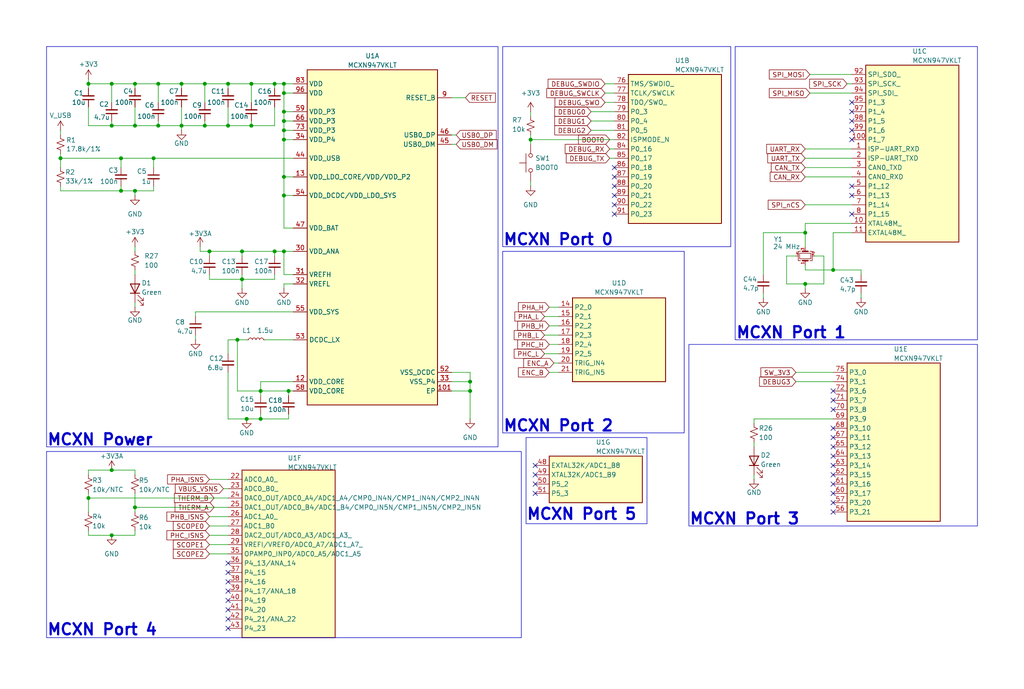
<source format=kicad_sch>
(kicad_sch (version 20250114) (generator "eeschema") (generator_version "9.0")
  (paper "User" 279.4 187.96)
  (title_block (title "OreSat Reaction Wheel Control Board (MCXN Version)") (rev "3") (company "Chris Kane-Pardy, Portland State Aerospace Society"))
  (lib_symbols
    (symbol "Device:C_Small" (pin_numbers (hide yes)) (pin_names (offset 0.254) (hide yes))
      (property "Reference" "C" (at 0.254 1.778 0))
      (property "Value" "C_Small" (at 0.254 -2.032 0))
      (symbol "C_Small_1_1"
        (pin passive line (at 0 2.54 270) (length 2.032) (name "~") (number "1"))
        (pin passive line (at 0 -2.54 90) (length 2.032) (name "~") (number "2"))
      )
    )
    (symbol "Device:Crystal_GND24_Small" (pin_names (offset 1.016) (hide yes))
      (property "Reference" "Y" (at 1.27 4.445 0))
      (property "Value" "Crystal_GND24_Small" (at 1.27 2.54 0))
      (symbol "Crystal_GND24_Small_1_1"
        (pin passive line (at -2.54 0 0) (length 1.27) (name "1") (number "1"))
        (pin passive line (at 0 2.54 270) (length 0.635) (name "4") (number "4"))
        (pin passive line (at 0 -2.54 90) (length 0.635) (name "2") (number "2"))
        (pin passive line (at 2.54 0 180) (length 1.27) (name "3") (number "3"))
      )
    )
    (symbol "Device:LED" (pin_numbers (hide yes)) (pin_names (offset 1.016) (hide yes))
      (property "Reference" "D" (at 0 2.54 0))
      (property "Value" "LED" (at 0 -2.54 0))
      (symbol "LED_1_1"
        (pin passive line (at -3.81 0 0) (length 2.54) (name "K") (number "1"))
        (pin passive line (at 3.81 0 180) (length 2.54) (name "A") (number "2"))
      )
    )
    (symbol "Device:L_Small" (pin_numbers (hide yes)) (pin_names (offset 0.254) (hide yes))
      (property "Reference" "L" (at 0.762 1.016 0))
      (property "Value" "L_Small" (at 0.762 -1.016 0))
      (symbol "L_Small_1_1"
        (pin passive line (at 0 2.54 270) (length 0.508) (name "~") (number "1"))
        (pin passive line (at 0 -2.54 90) (length 0.508) (name "~") (number "2"))
      )
    )
    (symbol "Device:R_Small_US" (pin_numbers (hide yes)) (pin_names (offset 0.254) (hide yes))
      (property "Reference" "R" (at 0.762 0.508 0))
      (property "Value" "R_Small_US" (at 0.762 -1.016 0))
      (symbol "R_Small_US_1_1"
        (pin passive line (at 0 2.54 270) (length 1.016) (name "~") (number "1"))
        (pin passive line (at 0 -2.54 90) (length 1.016) (name "~") (number "2"))
      )
    )
    (symbol "MCXN-rev-3-symbols:+3V3A" (power) (pin_names (offset 0))
      (property "Value" "+3V3A" (at 0 3.556 0))
      (symbol "+3V3A_1_1"
        (pin power_in line (at 0 0 90) (length 0) (hide yes) (name "+3V3A") (number "1"))
      )
    )
    (symbol "Switch:SW_Push" (pin_numbers (hide yes)) (pin_names (offset 1.016) (hide yes))
      (property "Reference" "SW" (at 1.27 2.54 0))
      (property "Value" "SW_Push" (at 0 -1.524 0))
      (symbol "SW_Push_0_1"
        (pin passive line (at -5.08 0 0) (length 2.54) (name "1") (number "1"))
        (pin passive line (at 5.08 0 180) (length 2.54) (name "2") (number "2"))
      )
    )
    (symbol "oresat-ics:MCXN947VKLT"
      (property "Reference" "U" (at 0 49.022 0))
      (property "Value" "MCXN947VKLT" (at 0 46.99 0))
      (symbol "MCXN947VKLT_1_1"
        (pin power_in line (at -21.59 41.91 0) (length 3.81) (name "VDD") (number "83"))
        (pin power_in line (at -21.59 39.37 0) (length 3.81) (name "VDD") (number "96"))
        (pin power_in line (at -21.59 34.29 0) (length 3.81) (name "VDD_P3") (number "59"))
        (pin power_in line (at -21.59 31.75 0) (length 3.81) (name "VDD_P3") (number "66"))
        (pin power_in line (at -21.59 29.21 0) (length 3.81) (name "VDD_P3") (number "73"))
        (pin power_in line (at -21.59 26.67 0) (length 3.81) (name "VDD_P4") (number "34"))
        (pin power_in line (at -21.59 21.59 0) (length 3.81) (name "VDD_USB") (number "44"))
        (pin power_in line (at -21.59 16.51 0) (length 3.81) (name "VDD_LDO_CORE/VDD/VDD_P2") (number "13"))
        (pin power_in line (at -21.59 11.43 0) (length 3.81) (name "VDD_DCDC/VDD_LDO_SYS") (number "54"))
        (pin power_in line (at -21.59 2.54 0) (length 3.81) (name "VDD_BAT") (number "47"))
        (pin power_in line (at -21.59 -3.81 0) (length 3.81) (name "VDD_ANA") (number "30"))
        (pin power_in line (at -21.59 -10.16 0) (length 3.81) (name "VREFH") (number "31"))
        (pin power_in line (at -21.59 -12.7 0) (length 3.81) (name "VREFL") (number "32"))
        (pin power_out line (at -21.59 -20.32 0) (length 3.81) (name "VDD_SYS") (number "55"))
        (pin power_out line (at -21.59 -27.94 0) (length 3.81) (name "DCDC_LX") (number "53"))
        (pin power_in line (at -21.59 -39.37 0) (length 3.81) (name "VDD_CORE") (number "12"))
        (pin power_in line (at -21.59 -41.91 0) (length 3.81) (name "VDD_CORE") (number "58"))
        (pin input line (at 21.59 38.1 180) (length 3.81) (name "RESET_B") (number "9"))
        (pin passive line (at 21.59 27.94 180) (length 3.81) (name "USB0_DP") (number "46"))
        (pin passive line (at 21.59 25.4 180) (length 3.81) (name "USB0_DM") (number "45"))
        (pin power_in line (at 21.59 -36.83 180) (length 3.81) (name "VSS_DCDC") (number "52"))
        (pin power_in line (at 21.59 -39.37 180) (length 3.81) (name "VSS_P4") (number "33"))
        (pin power_in line (at 21.59 -41.91 180) (length 3.81) (name "EP") (number "101"))
      )
      (symbol "MCXN947VKLT_2_1"
        (pin passive line (at -16.51 17.78 0) (length 3.81) (name "P0_0") (number "76") (alternate "TMS/SWDIO " passive line))
        (pin passive line (at -16.51 15.24 0) (length 3.81) (name "P0_1") (number "77") (alternate "TCLK/SWCLK" passive line))
        (pin passive line (at -16.51 12.7 0) (length 3.81) (name "P0_2") (number "78") (alternate "TDO/SWO " passive line))
        (pin passive line (at -16.51 10.16 0) (length 3.81) (name "P0_3") (number "79"))
        (pin passive line (at -16.51 7.62 0) (length 3.81) (name "P0_4") (number "80"))
        (pin passive line (at -16.51 5.08 0) (length 3.81) (name "P0_5") (number "81"))
        (pin passive line (at -16.51 2.54 0) (length 3.81) (name "P0_6") (number "82") (alternate "ISPMODE_N" passive line))
        (pin passive line (at -16.51 0 0) (length 3.81) (name "P0_16") (number "84"))
        (pin passive line (at -16.51 -2.54 0) (length 3.81) (name "P0_17") (number "85"))
        (pin passive line (at -16.51 -5.08 0) (length 3.81) (name "P0_18") (number "86"))
        (pin passive line (at -16.51 -7.62 0) (length 3.81) (name "P0_19") (number "87"))
        (pin passive line (at -16.51 -10.16 0) (length 3.81) (name "P0_20") (number "88"))
        (pin passive line (at -16.51 -12.7 0) (length 3.81) (name "P0_21") (number "89"))
        (pin passive line (at -16.51 -15.24 0) (length 3.81) (name "P0_22") (number "90"))
        (pin passive line (at -16.51 -17.78 0) (length 3.81) (name "P0_23") (number "91"))
      )
      (symbol "MCXN947VKLT_3_1"
        (pin passive line (at -16.51 21.59 0) (length 3.81) (name "P1_0") (number "92") (alternate "SPI_SDO " passive line))
        (pin passive line (at -16.51 19.05 0) (length 3.81) (name "P1_1") (number "93") (alternate "SPI_SCK " passive line))
        (pin passive line (at -16.51 16.51 0) (length 3.81) (name "P1_2") (number "94") (alternate "SPI_SDI " passive line))
        (pin passive line (at -16.51 13.97 0) (length 3.81) (name "P1_3") (number "95"))
        (pin passive line (at -16.51 11.43 0) (length 3.81) (name "P1_4") (number "97"))
        (pin passive line (at -16.51 8.89 0) (length 3.81) (name "P1_5") (number "98"))
        (pin passive line (at -16.51 6.35 0) (length 3.81) (name "P1_6") (number "99"))
        (pin passive line (at -16.51 3.81 0) (length 3.81) (name "P1_7") (number "100"))
        (pin passive line (at -16.51 1.27 0) (length 3.81) (name "P1_8") (number "1") (alternate "ISP-UART_RXD" passive line))
        (pin passive line (at -16.51 -1.27 0) (length 3.81) (name "P1_9") (number "2") (alternate "ISP-UART_TXD" passive line))
        (pin passive line (at -16.51 -3.81 0) (length 3.81) (name "P1_10") (number "3") (alternate "CAN0_TXD" passive line))
        (pin passive line (at -16.51 -6.35 0) (length 3.81) (name "P1_11") (number "4") (alternate "CAN0_RXD" passive line))
        (pin passive line (at -16.51 -8.89 0) (length 3.81) (name "P1_12") (number "5"))
        (pin passive line (at -16.51 -11.43 0) (length 3.81) (name "P1_13") (number "6"))
        (pin passive line (at -16.51 -13.97 0) (length 3.81) (name "P1_14") (number "7"))
        (pin passive line (at -16.51 -16.51 0) (length 3.81) (name "P1_15") (number "8"))
        (pin passive line (at -16.51 -19.05 0) (length 3.81) (name "P1_30") (number "10") (alternate "XTAL48M " passive line))
        (pin passive line (at -16.51 -21.59 0) (length 3.81) (name "P1_31") (number "11") (alternate "EXTAL48M " passive line))
      )
      (symbol "MCXN947VKLT_4_1"
        (pin passive line (at -16.51 8.89 0) (length 3.81) (name "P2_0") (number "14") (alternate "TRIG_IN5" passive line))
        (pin passive line (at -16.51 6.35 0) (length 3.81) (name "P2_1") (number "15"))
        (pin passive line (at -16.51 3.81 0) (length 3.81) (name "P2_2") (number "16"))
        (pin passive line (at -16.51 1.27 0) (length 3.81) (name "P2_3") (number "17"))
        (pin passive line (at -16.51 -1.27 0) (length 3.81) (name "P2_4") (number "18"))
        (pin passive line (at -16.51 -3.81 0) (length 3.81) (name "P2_5") (number "19"))
        (pin passive line (at -16.51 -6.35 0) (length 3.81) (name "P2_6") (number "20") (alternate "TRIG_IN4" passive line))
        (pin passive line (at -16.51 -8.89 0) (length 3.81) (name "P2_7") (number "21") (alternate "TRIG_IN5" passive line))
      )
      (symbol "MCXN947VKLT_5_1"
        (pin passive line (at -16.51 19.05 0) (length 3.81) (name "P3_0") (number "75"))
        (pin passive line (at -16.51 16.51 0) (length 3.81) (name "P3_1") (number "74"))
        (pin passive line (at -16.51 13.97 0) (length 3.81) (name "P3_6") (number "72"))
        (pin passive line (at -16.51 11.43 0) (length 3.81) (name "P3_7") (number "71"))
        (pin passive line (at -16.51 8.89 0) (length 3.81) (name "P3_8") (number "70"))
        (pin passive line (at -16.51 6.35 0) (length 3.81) (name "P3_9") (number "69"))
        (pin passive line (at -16.51 3.81 0) (length 3.81) (name "P3_10") (number "68"))
        (pin passive line (at -16.51 1.27 0) (length 3.81) (name "P3_11") (number "67"))
        (pin passive line (at -16.51 -1.27 0) (length 3.81) (name "P3_12") (number "65"))
        (pin passive line (at -16.51 -3.81 0) (length 3.81) (name "P3_13") (number "64"))
        (pin passive line (at -16.51 -6.35 0) (length 3.81) (name "P3_14") (number "63"))
        (pin passive line (at -16.51 -8.89 0) (length 3.81) (name "P3_15") (number "62"))
        (pin passive line (at -16.51 -11.43 0) (length 3.81) (name "P3_16") (number "61"))
        (pin passive line (at -16.51 -13.97 0) (length 3.81) (name "P3_17") (number "60"))
        (pin passive line (at -16.51 -16.51 0) (length 3.81) (name "P3_20") (number "57"))
        (pin passive line (at -16.51 -19.05 0) (length 3.81) (name "P3_21") (number "56"))
      )
      (symbol "MCXN947VKLT_6_1"
        (pin passive line (at -16.51 20.32 0) (length 3.81) (name "P4_0/ANA_0") (number "22") (alternate "ADC0_A0 " passive line))
        (pin passive line (at -16.51 17.78 0) (length 3.81) (name "P4_1/ANA_1") (number "23") (alternate "ADC0_B0 " passive line))
        (pin passive line (at -16.51 15.24 0) (length 3.81) (name "P4_2") (number "24") (alternate "DAC0_OUT/ADC0_A4/ADC1_A4/CMP0_IN4N/CMP1_IN4N/CMP2_IN4N" passive line))
        (pin passive line (at -16.51 12.7 0) (length 3.81) (name "P4_3") (number "25") (alternate "DAC1_OUT/ADC0_B4/ADC1_B4/CMP0_IN5N/CMP1_IN5N/CMP2_IN5N" passive line))
        (pin passive line (at -16.51 10.16 0) (length 3.81) (name "P4_4/ANA_4") (number "26") (alternate "ADC1_A0 " passive line))
        (pin passive line (at -16.51 7.62 0) (length 3.81) (name "P4_5/ANA_5") (number "27") (alternate "ADC1_B0" passive line))
        (pin passive line (at -16.51 5.08 0) (length 3.81) (name "P4_6/ANA_6") (number "28") (alternate "DAC2_OUT/ADC0_A3/ADC1_A3 " passive line))
        (pin passive line (at -16.51 2.54 0) (length 3.81) (name "P4_7/ANA_7") (number "29") (alternate "VREFI/VREFO/ADC0_A7/ADC1_A7 " passive line))
        (pin passive line (at -16.51 0 0) (length 3.81) (name "P4_12") (number "35") (alternate "CAN0_RXD" passive line) (alternate "OPAMP0_INP0/ADC0_A5/ADC1_A5" passive line))
        (pin passive line (at -16.51 -2.54 0) (length 3.81) (name "P4_13/ANA_14") (number "36") (alternate "CAN0_TXD" passive line))
        (pin passive line (at -16.51 -5.08 0) (length 3.81) (name "P4_15") (number "37"))
        (pin passive line (at -16.51 -7.62 0) (length 3.81) (name "P4_16") (number "38"))
        (pin passive line (at -16.51 -10.16 0) (length 3.81) (name "P4_17/ANA_18") (number "39"))
        (pin passive line (at -16.51 -12.7 0) (length 3.81) (name "P4_19") (number "40"))
        (pin passive line (at -16.51 -15.24 0) (length 3.81) (name "P4_20") (number "41"))
        (pin passive line (at -16.51 -17.78 0) (length 3.81) (name "P4_21/ANA_22") (number "42"))
        (pin passive line (at -16.51 -20.32 0) (length 3.81) (name "P4_23") (number "43"))
      )
      (symbol "MCXN947VKLT_7_1"
        (pin passive line (at -16.51 3.81 0) (length 3.81) (name "P5_0") (number "48") (alternate "EXTAL32K/ADC1_B8" passive line))
        (pin passive line (at -16.51 1.27 0) (length 3.81) (name "P5_1") (number "49") (alternate "XTAL32K/ADC1_B9" passive line))
        (pin passive line (at -16.51 -1.27 0) (length 3.81) (name "P5_2") (number "50"))
        (pin passive line (at -16.51 -3.81 0) (length 3.81) (name "P5_3") (number "51"))
      )
    )
    (symbol "power:+3V3" (power) (pin_numbers (hide yes)) (pin_names (offset 0) (hide yes))
      (property "Value" "+3V3" (at 0 3.556 0))
      (symbol "+3V3_1_1"
        (pin power_in line (at 0 0 90) (length 0) (name "~") (number "1"))
      )
    )
    (symbol "power:GND" (power) (pin_numbers (hide yes)) (pin_names (offset 0) (hide yes))
      (property "Value" "GND" (at 0 -3.81 0))
      (symbol "GND_1_1"
        (pin power_in line (at 0 0 270) (length 0) (name "~") (number "1"))
      )
    )
  )
  (rectangle (start 187.96 93.98) (end 266.7 143.51))
  (rectangle (start 200.5924 12.6999) (end 266.7 92.7099))
  (rectangle (start 12.7 123.19) (end 142.24 173.99))
  (rectangle (start 137.16 68.58) (end 186.69 118.11))
  (rectangle (start 143.5316 119.3799) (end 176.53 142.9007))
  (rectangle (start 137.16 12.7) (end 199.39 67.31))
  (rectangle (start 12.7 12.7) (end 135.89 121.92))
  (text "MCXN Port 3" (at 187.96 143.51 0) (effects (font (size 3.048 3.048) (thickness 0.6096) (bold yes)) (justify left bottom)))
  (text "MCXN Port 0\n" (at 137.16 67.31 0) (effects (font (size 3.048 3.048) (thickness 0.6) (bold yes)) (justify left bottom)))
  (text "MCXN Port 4" (at 12.7 173.736 0) (effects (font (size 3.048 3.048) (thickness 0.6096) (bold yes)) (justify left bottom)))
  (text "MCXN Power" (at 12.7 121.92 0) (effects (font (size 3.048 3.048) (thickness 0.6096) (bold yes)) (justify left bottom)))
  (text "MCXN Port 1" (at 200.66 92.71 0) (effects (font (size 3.048 3.048) (thickness 0.6096) (bold yes)) (justify left bottom)))
  (text "MCXN Port 5" (at 143.51 142.24 0) (effects (font (size 3.048 3.048) (thickness 0.6096) (bold yes)) (justify left bottom)))
  (text "MCXN Port 2" (at 137.16 118.11 0) (effects (font (size 3.048 3.048) (thickness 0.6096) (bold yes)) (justify left bottom)))
  (junction (at 62.23 22.86))
  (junction (at 68.58 22.86))
  (junction (at 57.15 68.58))
  (junction (at 64.77 92.71))
  (junction (at 24.13 135.89))
  (junction (at 74.93 68.58))
  (junction (at 33.02 52.07))
  (junction (at 30.48 146.05))
  (junction (at 128.27 104.14))
  (junction (at 36.83 22.86))
  (junction (at 36.83 138.43))
  (junction (at 128.27 106.68))
  (junction (at 71.12 106.68))
  (junction (at 16.51 43.18))
  (junction (at 49.53 34.29))
  (junction (at 36.83 34.29))
  (junction (at 144.78 38.1))
  (junction (at 67.31 114.3))
  (junction (at 41.91 43.18))
  (junction (at 77.47 68.58))
  (junction (at 62.23 34.29))
  (junction (at 77.47 38.1))
  (junction (at 49.53 22.86))
  (junction (at 227.33 73.66))
  (junction (at 77.47 48.26))
  (junction (at 66.04 76.2))
  (junction (at 68.58 34.29))
  (junction (at 78.74 106.68))
  (junction (at 43.18 34.29))
  (junction (at 71.12 114.3))
  (junction (at 30.48 34.29))
  (junction (at 219.71 77.47))
  (junction (at 77.47 35.56))
  (junction (at 55.88 22.86))
  (junction (at 74.93 22.86))
  (junction (at 33.02 43.18))
  (junction (at 36.83 52.07))
  (junction (at 77.47 22.86))
  (junction (at 77.47 53.34))
  (junction (at 24.13 22.86))
  (junction (at 30.48 22.86))
  (junction (at 219.71 63.5))
  (junction (at 30.48 128.27))
  (junction (at 66.04 68.58))
  (junction (at 77.47 30.48))
  (junction (at 77.47 25.4))
  (junction (at 55.88 34.29))
  (junction (at 77.47 33.02))
  (junction (at 43.18 22.86))
  (no_connect (at 146.05 129.54))
  (no_connect (at 62.23 158.75))
  (no_connect (at 227.33 137.16))
  (no_connect (at 62.23 168.91))
  (no_connect (at 167.64 45.72))
  (no_connect (at 227.33 129.54))
  (no_connect (at 227.33 116.84))
  (no_connect (at 227.33 139.7))
  (no_connect (at 232.41 30.48))
  (no_connect (at 146.05 134.62))
  (no_connect (at 232.41 53.34))
  (no_connect (at 62.23 171.45))
  (no_connect (at 62.23 153.67))
  (no_connect (at 227.33 119.38))
  (no_connect (at 62.23 156.21))
  (no_connect (at 167.64 55.88))
  (no_connect (at 227.33 124.46))
  (no_connect (at 232.41 35.56))
  (no_connect (at 227.33 121.92))
  (no_connect (at 227.33 106.68))
  (no_connect (at 146.05 132.08))
  (no_connect (at 232.41 27.94))
  (no_connect (at 227.33 134.62))
  (no_connect (at 232.41 58.42))
  (no_connect (at 167.64 53.34))
  (no_connect (at 227.33 109.22))
  (no_connect (at 232.41 50.8))
  (no_connect (at 167.64 48.26))
  (no_connect (at 232.41 33.02))
  (no_connect (at 167.64 50.8))
  (no_connect (at 62.23 161.29))
  (no_connect (at 227.33 111.76))
  (no_connect (at 167.64 58.42))
  (no_connect (at 227.33 132.08))
  (no_connect (at 62.23 166.37))
  (no_connect (at 62.23 163.83))
  (no_connect (at 146.05 127))
  (no_connect (at 232.41 38.1))
  (no_connect (at 227.33 127))
  (wire (pts (xy 67.31 114.3) (xy 71.12 114.3)))
  (wire (pts (xy 227.33 73.66) (xy 234.95 73.66)))
  (wire (pts (xy 232.41 55.88) (xy 219.71 55.88)))
  (wire (pts (xy 71.12 106.68) (xy 71.12 107.95)))
  (wire (pts (xy 57.15 69.85) (xy 57.15 68.58)))
  (wire (pts (xy 33.02 52.07) (xy 36.83 52.07)))
  (wire (pts (xy 77.47 35.56) (xy 80.01 35.56)))
  (wire (pts (xy 80.01 22.86) (xy 77.47 22.86)))
  (wire (pts (xy 55.88 34.29) (xy 62.23 34.29)))
  (wire (pts (xy 77.47 74.93) (xy 80.01 74.93)))
  (wire (pts (xy 49.53 29.21) (xy 49.53 34.29)))
  (wire (pts (xy 66.04 74.93) (xy 66.04 76.2)))
  (wire (pts (xy 232.41 40.64) (xy 219.71 40.64)))
  (wire (pts (xy 205.74 114.3) (xy 227.33 114.3)))
  (wire (pts (xy 128.27 106.68) (xy 128.27 104.14)))
  (wire (pts (xy 55.88 27.94) (xy 55.88 22.86)))
  (wire (pts (xy 36.83 138.43) (xy 36.83 139.7)))
  (wire (pts (xy 219.71 60.96) (xy 232.41 60.96)))
  (wire (pts (xy 123.19 106.68) (xy 128.27 106.68)))
  (wire (pts (xy 24.13 146.05) (xy 30.48 146.05)))
  (wire (pts (xy 77.47 38.1) (xy 80.01 38.1)))
  (wire (pts (xy 24.13 128.27) (xy 30.48 128.27)))
  (wire (pts (xy 74.93 24.13) (xy 74.93 22.86)))
  (wire (pts (xy 144.78 30.48) (xy 144.78 31.75)))
  (wire (pts (xy 36.83 144.78) (xy 36.83 146.05)))
  (wire (pts (xy 165.1 27.94) (xy 167.64 27.94)))
  (wire (pts (xy 68.58 33.02) (xy 68.58 34.29)))
  (wire (pts (xy 205.74 129.54) (xy 205.74 130.81)))
  (wire (pts (xy 220.98 20.32) (xy 232.41 20.32)))
  (wire (pts (xy 16.51 43.18) (xy 16.51 45.72)))
  (wire (pts (xy 152.4 93.98) (xy 149.86 93.98)))
  (wire (pts (xy 54.61 68.58) (xy 54.61 67.31)))
  (wire (pts (xy 62.23 92.71) (xy 64.77 92.71)))
  (wire (pts (xy 54.61 68.58) (xy 57.15 68.58)))
  (wire (pts (xy 64.77 92.71) (xy 64.77 106.68)))
  (wire (pts (xy 77.47 38.1) (xy 77.47 35.56)))
  (wire (pts (xy 36.83 34.29) (xy 43.18 34.29)))
  (wire (pts (xy 68.58 22.86) (xy 74.93 22.86)))
  (wire (pts (xy 205.74 114.3) (xy 205.74 115.57)))
  (wire (pts (xy 222.25 69.85) (xy 224.79 69.85)))
  (wire (pts (xy 214.63 77.47) (xy 219.71 77.47)))
  (wire (pts (xy 77.47 68.58) (xy 77.47 74.93)))
  (wire (pts (xy 62.23 96.52) (xy 62.23 92.71)))
  (wire (pts (xy 62.23 34.29) (xy 62.23 29.21)))
  (wire (pts (xy 123.19 101.6) (xy 128.27 101.6)))
  (wire (pts (xy 24.13 134.62) (xy 24.13 135.89)))
  (wire (pts (xy 152.4 83.82) (xy 149.86 83.82)))
  (wire (pts (xy 36.83 24.13) (xy 36.83 22.86)))
  (wire (pts (xy 219.71 72.39) (xy 219.71 73.66)))
  (wire (pts (xy 66.04 69.85) (xy 66.04 68.58)))
  (wire (pts (xy 64.77 106.68) (xy 71.12 106.68)))
  (wire (pts (xy 71.12 106.68) (xy 78.74 106.68)))
  (wire (pts (xy 30.48 22.86) (xy 36.83 22.86)))
  (wire (pts (xy 224.79 69.85) (xy 224.79 77.47)))
  (wire (pts (xy 24.13 22.86) (xy 30.48 22.86)))
  (wire (pts (xy 43.18 34.29) (xy 43.18 33.02)))
  (wire (pts (xy 77.47 38.1) (xy 77.47 48.26)))
  (wire (pts (xy 144.78 38.1) (xy 167.64 38.1)))
  (wire (pts (xy 36.83 52.07) (xy 36.83 53.34)))
  (wire (pts (xy 36.83 82.55) (xy 36.83 83.82)))
  (wire (pts (xy 208.28 80.01) (xy 208.28 81.28)))
  (wire (pts (xy 71.12 114.3) (xy 78.74 114.3)))
  (wire (pts (xy 77.47 68.58) (xy 80.01 68.58)))
  (wire (pts (xy 57.15 146.05) (xy 62.23 146.05)))
  (wire (pts (xy 227.33 104.14) (xy 217.17 104.14)))
  (wire (pts (xy 123.19 39.37) (xy 124.46 39.37)))
  (wire (pts (xy 77.47 25.4) (xy 80.01 25.4)))
  (wire (pts (xy 41.91 45.72) (xy 41.91 43.18)))
  (wire (pts (xy 66.04 76.2) (xy 74.93 76.2)))
  (wire (pts (xy 205.74 121.92) (xy 205.74 120.65)))
  (wire (pts (xy 214.63 69.85) (xy 214.63 77.47)))
  (wire (pts (xy 234.95 80.01) (xy 234.95 81.28)))
  (wire (pts (xy 219.71 77.47) (xy 219.71 78.74)))
  (wire (pts (xy 232.41 43.18) (xy 219.71 43.18)))
  (wire (pts (xy 78.74 106.68) (xy 80.01 106.68)))
  (wire (pts (xy 30.48 34.29) (xy 36.83 34.29)))
  (wire (pts (xy 227.33 63.5) (xy 232.41 63.5)))
  (wire (pts (xy 148.59 96.52) (xy 152.4 96.52)))
  (wire (pts (xy 77.47 53.34) (xy 80.01 53.34)))
  (wire (pts (xy 74.93 68.58) (xy 77.47 68.58)))
  (wire (pts (xy 80.01 33.02) (xy 77.47 33.02)))
  (wire (pts (xy 128.27 104.14) (xy 128.27 101.6)))
  (wire (pts (xy 77.47 48.26) (xy 80.01 48.26)))
  (wire (pts (xy 57.15 148.59) (xy 62.23 148.59)))
  (wire (pts (xy 30.48 27.94) (xy 30.48 22.86)))
  (wire (pts (xy 77.47 30.48) (xy 77.47 25.4)))
  (wire (pts (xy 74.93 22.86) (xy 77.47 22.86)))
  (wire (pts (xy 24.13 22.86) (xy 24.13 24.13)))
  (wire (pts (xy 49.53 22.86) (xy 55.88 22.86)))
  (wire (pts (xy 62.23 22.86) (xy 68.58 22.86)))
  (wire (pts (xy 123.19 26.67) (xy 127 26.67)))
  (wire (pts (xy 43.18 34.29) (xy 49.53 34.29)))
  (wire (pts (xy 24.13 135.89) (xy 24.13 139.7)))
  (wire (pts (xy 77.47 33.02) (xy 77.47 30.48)))
  (wire (pts (xy 57.15 76.2) (xy 66.04 76.2)))
  (wire (pts (xy 36.83 134.62) (xy 36.83 138.43)))
  (wire (pts (xy 144.78 38.1) (xy 144.78 39.37)))
  (wire (pts (xy 148.59 91.44) (xy 152.4 91.44)))
  (wire (pts (xy 123.19 104.14) (xy 128.27 104.14)))
  (wire (pts (xy 66.04 68.58) (xy 74.93 68.58)))
  (wire (pts (xy 71.12 114.3) (xy 71.12 113.03)))
  (wire (pts (xy 232.41 45.72) (xy 219.71 45.72)))
  (wire (pts (xy 57.15 68.58) (xy 66.04 68.58)))
  (wire (pts (xy 62.23 34.29) (xy 68.58 34.29)))
  (wire (pts (xy 36.83 67.31) (xy 36.83 68.58)))
  (wire (pts (xy 74.93 29.21) (xy 74.93 34.29)))
  (wire (pts (xy 165.1 22.86) (xy 167.64 22.86)))
  (wire (pts (xy 30.48 128.27) (xy 36.83 128.27)))
  (wire (pts (xy 231.14 22.86) (xy 232.41 22.86)))
  (wire (pts (xy 33.02 45.72) (xy 33.02 43.18)))
  (wire (pts (xy 77.47 77.47) (xy 80.01 77.47)))
  (wire (pts (xy 57.15 74.93) (xy 57.15 76.2)))
  (wire (pts (xy 62.23 101.6) (xy 62.23 114.3)))
  (wire (pts (xy 77.47 35.56) (xy 77.47 33.02)))
  (wire (pts (xy 57.15 151.13) (xy 62.23 151.13)))
  (wire (pts (xy 49.53 34.29) (xy 55.88 34.29)))
  (wire (pts (xy 78.74 114.3) (xy 78.74 113.03)))
  (wire (pts (xy 77.47 30.48) (xy 80.01 30.48)))
  (wire (pts (xy 77.47 53.34) (xy 77.47 62.23)))
  (wire (pts (xy 152.4 88.9) (xy 149.86 88.9)))
  (wire (pts (xy 219.71 67.31) (xy 219.71 63.5)))
  (wire (pts (xy 217.17 69.85) (xy 214.63 69.85)))
  (wire (pts (xy 220.98 25.4) (xy 232.41 25.4)))
  (wire (pts (xy 16.51 41.91) (xy 16.51 43.18)))
  (wire (pts (xy 219.71 73.66) (xy 227.33 73.66)))
  (wire (pts (xy 16.51 52.07) (xy 33.02 52.07)))
  (wire (pts (xy 36.83 128.27) (xy 36.83 129.54)))
  (wire (pts (xy 77.47 77.47) (xy 77.47 78.74)))
  (wire (pts (xy 16.51 52.07) (xy 16.51 50.8)))
  (wire (pts (xy 72.39 92.71) (xy 80.01 92.71)))
  (wire (pts (xy 33.02 50.8) (xy 33.02 52.07)))
  (wire (pts (xy 77.47 22.86) (xy 77.47 25.4)))
  (wire (pts (xy 123.19 36.83) (xy 124.46 36.83)))
  (wire (pts (xy 24.13 129.54) (xy 24.13 128.27)))
  (wire (pts (xy 36.83 138.43) (xy 62.23 138.43)))
  (wire (pts (xy 24.13 29.21) (xy 24.13 34.29)))
  (wire (pts (xy 16.51 35.56) (xy 16.51 36.83)))
  (wire (pts (xy 53.34 85.09) (xy 53.34 86.36)))
  (wire (pts (xy 49.53 24.13) (xy 49.53 22.86)))
  (wire (pts (xy 24.13 34.29) (xy 30.48 34.29)))
  (wire (pts (xy 62.23 114.3) (xy 67.31 114.3)))
  (wire (pts (xy 53.34 91.44) (xy 53.34 92.71)))
  (wire (pts (xy 24.13 146.05) (xy 24.13 144.78)))
  (wire (pts (xy 43.18 27.94) (xy 43.18 22.86)))
  (wire (pts (xy 232.41 48.26) (xy 219.71 48.26)))
  (wire (pts (xy 62.23 143.51) (xy 57.15 143.51)))
  (wire (pts (xy 77.47 48.26) (xy 77.47 53.34)))
  (wire (pts (xy 66.04 76.2) (xy 66.04 78.74)))
  (wire (pts (xy 234.95 74.93) (xy 234.95 73.66)))
  (wire (pts (xy 33.02 43.18) (xy 41.91 43.18)))
  (wire (pts (xy 224.79 77.47) (xy 219.71 77.47)))
  (wire (pts (xy 74.93 69.85) (xy 74.93 68.58)))
  (wire (pts (xy 167.64 35.56) (xy 161.29 35.56)))
  (wire (pts (xy 36.83 29.21) (xy 36.83 34.29)))
  (wire (pts (xy 167.64 30.48) (xy 161.29 30.48)))
  (wire (pts (xy 208.28 63.5) (xy 219.71 63.5)))
  (wire (pts (xy 167.64 33.02) (xy 161.29 33.02)))
  (wire (pts (xy 62.23 133.35) (xy 60.96 133.35)))
  (wire (pts (xy 144.78 36.83) (xy 144.78 38.1)))
  (wire (pts (xy 41.91 43.18) (xy 80.01 43.18)))
  (wire (pts (xy 74.93 74.93) (xy 74.93 76.2)))
  (wire (pts (xy 78.74 107.95) (xy 78.74 106.68)))
  (wire (pts (xy 55.88 22.86) (xy 62.23 22.86)))
  (wire (pts (xy 77.47 62.23) (xy 80.01 62.23)))
  (wire (pts (xy 148.59 86.36) (xy 152.4 86.36)))
  (wire (pts (xy 208.28 63.5) (xy 208.28 74.93)))
  (wire (pts (xy 217.17 101.6) (xy 227.33 101.6)))
  (wire (pts (xy 43.18 22.86) (xy 49.53 22.86)))
  (wire (pts (xy 227.33 63.5) (xy 227.33 73.66)))
  (wire (pts (xy 128.27 114.3) (xy 128.27 106.68)))
  (wire (pts (xy 53.34 85.09) (xy 80.01 85.09)))
  (wire (pts (xy 68.58 27.94) (xy 68.58 22.86)))
  (wire (pts (xy 36.83 73.66) (xy 36.83 74.93)))
  (wire (pts (xy 71.12 104.14) (xy 80.01 104.14)))
  (wire (pts (xy 41.91 50.8) (xy 41.91 52.07)))
  (wire (pts (xy 219.71 60.96) (xy 219.71 63.5)))
  (wire (pts (xy 24.13 22.86) (xy 24.13 21.59)))
  (wire (pts (xy 16.51 43.18) (xy 33.02 43.18)))
  (wire (pts (xy 36.83 52.07) (xy 41.91 52.07)))
  (wire (pts (xy 149.86 101.6) (xy 152.4 101.6)))
  (wire (pts (xy 36.83 22.86) (xy 43.18 22.86)))
  (wire (pts (xy 49.53 35.56) (xy 49.53 34.29)))
  (wire (pts (xy 151.13 99.06) (xy 152.4 99.06)))
  (wire (pts (xy 68.58 34.29) (xy 74.93 34.29)))
  (wire (pts (xy 64.77 92.71) (xy 67.31 92.71)))
  (wire (pts (xy 166.37 43.18) (xy 167.64 43.18)))
  (wire (pts (xy 30.48 146.05) (xy 36.83 146.05)))
  (wire (pts (xy 166.37 40.64) (xy 167.64 40.64)))
  (wire (pts (xy 62.23 24.13) (xy 62.23 22.86)))
  (wire (pts (xy 30.48 34.29) (xy 30.48 33.02)))
  (wire (pts (xy 165.1 25.4) (xy 167.64 25.4)))
  (wire (pts (xy 71.12 104.14) (xy 71.12 106.68)))
  (wire (pts (xy 55.88 33.02) (xy 55.88 34.29)))
  (wire (pts (xy 62.23 140.97) (xy 57.15 140.97)))
  (wire (pts (xy 62.23 130.81) (xy 57.15 130.81)))
  (wire (pts (xy 144.78 49.53) (xy 144.78 50.8)))
  (wire (pts (xy 24.13 135.89) (xy 62.23 135.89)))
  (global_label "PHC_H" (shape input) (at 149.86 93.98 180) (property "Intersheetrefs" "${INTERSHEET_REFS}" (effects (hide yes))))
  (global_label "PHA_H" (shape input) (at 149.86 83.82 180) (property "Intersheetrefs" "${INTERSHEET_REFS}" (effects (hide yes))))
  (global_label "THERM_B" (shape input) (at 58.42 135.89 180) (property "Intersheetrefs" "${INTERSHEET_REFS}" (effects (hide yes))))
  (global_label "DEBUG1" (shape input) (at 161.29 33.02 180) (property "Intersheetrefs" "${INTERSHEET_REFS}" (effects (hide yes))))
  (global_label "DEBUG2" (shape input) (at 161.29 35.56 180) (property "Intersheetrefs" "${INTERSHEET_REFS}" (effects (hide yes))))
  (global_label "PHB_L" (shape input) (at 148.59 91.44 180) (property "Intersheetrefs" "${INTERSHEET_REFS}" (effects (hide yes))))
  (global_label "SCOPE0" (shape input) (at 57.15 143.51 180) (property "Intersheetrefs" "${INTERSHEET_REFS}" (effects (hide yes))))
  (global_label "PHB_ISNS" (shape input) (at 57.15 140.97 180) (property "Intersheetrefs" "${INTERSHEET_REFS}" (effects (hide yes))))
  (global_label "DEBUG_TX" (shape input) (at 166.37 43.18 180) (property "Intersheetrefs" "${INTERSHEET_REFS}" (effects (hide yes))))
  (global_label "BOOT0" (shape input) (at 166.37 38.1 180) (property "Intersheetrefs" "${INTERSHEET_REFS}" (effects (hide yes))))
  (global_label "DEBUG_SWDIO" (shape input) (at 165.1 22.86 180) (property "Intersheetrefs" "${INTERSHEET_REFS}" (effects (hide yes))))
  (global_label "DEBUG_SWCLK" (shape input) (at 165.1 25.4 180) (property "Intersheetrefs" "${INTERSHEET_REFS}" (effects (hide yes))))
  (global_label "UART_RX" (shape input) (at 219.71 40.64 180) (property "Intersheetrefs" "${INTERSHEET_REFS}" (effects (hide yes))))
  (global_label "DEBUG_SWO" (shape input) (at 165.1 27.94 180) (property "Intersheetrefs" "${INTERSHEET_REFS}" (effects (hide yes))))
  (global_label "USB0_DM" (shape input) (at 124.46 39.37 0) (property "Intersheetrefs" "${INTERSHEET_REFS}" (effects (hide yes))))
  (global_label "SCOPE1" (shape input) (at 57.15 148.59 180) (property "Intersheetrefs" "${INTERSHEET_REFS}" (effects (hide yes))))
  (global_label "PHC_L" (shape input) (at 148.59 96.52 180) (property "Intersheetrefs" "${INTERSHEET_REFS}" (effects (hide yes))))
  (global_label "SPI_MOSI" (shape input) (at 220.98 20.32 180) (property "Intersheetrefs" "${INTERSHEET_REFS}" (effects (hide yes))))
  (global_label "PHB_H" (shape input) (at 149.86 88.9 180) (property "Intersheetrefs" "${INTERSHEET_REFS}" (effects (hide yes))))
  (global_label "PHA_ISNS" (shape input) (at 57.15 130.81 180) (property "Intersheetrefs" "${INTERSHEET_REFS}" (effects (hide yes))))
  (global_label "PHA_L" (shape input) (at 148.59 86.36 180) (property "Intersheetrefs" "${INTERSHEET_REFS}" (effects (hide yes))))
  (global_label "CAN_RX" (shape input) (at 219.71 48.26 180) (property "Intersheetrefs" "${INTERSHEET_REFS}" (effects (hide yes))))
  (global_label "VBUS_VSNS" (shape input) (at 60.96 133.35 180) (property "Intersheetrefs" "${INTERSHEET_REFS}" (effects (hide yes))))
  (global_label "PHC_ISNS" (shape input) (at 57.15 146.05 180) (property "Intersheetrefs" "${INTERSHEET_REFS}" (effects (hide yes))))
  (global_label "SPI_MISO" (shape input) (at 220.98 25.4 180) (property "Intersheetrefs" "${INTERSHEET_REFS}" (effects (hide yes))))
  (global_label "DEBUG_RX" (shape input) (at 166.37 40.64 180) (property "Intersheetrefs" "${INTERSHEET_REFS}" (effects (hide yes))))
  (global_label "RESET" (shape input) (at 127 26.67 0) (property "Intersheetrefs" "${INTERSHEET_REFS}" (effects (hide yes))))
  (global_label "DEBUG0" (shape input) (at 161.29 30.48 180) (property "Intersheetrefs" "${INTERSHEET_REFS}" (effects (hide yes))))
  (global_label "UART_TX" (shape input) (at 219.71 43.18 180) (property "Intersheetrefs" "${INTERSHEET_REFS}" (effects (hide yes))))
  (global_label "SPI_nCS" (shape input) (at 219.71 55.88 180) (property "Intersheetrefs" "${INTERSHEET_REFS}" (effects (hide yes))))
  (global_label "USB0_DP" (shape input) (at 124.46 36.83 0) (property "Intersheetrefs" "${INTERSHEET_REFS}" (effects (hide yes))))
  (global_label "THERM_A" (shape input) (at 58.42 138.43 180) (property "Intersheetrefs" "${INTERSHEET_REFS}" (effects (hide yes))))
  (global_label "CAN_TX" (shape input) (at 219.71 45.72 180) (property "Intersheetrefs" "${INTERSHEET_REFS}" (effects (hide yes))))
  (global_label "SW_3V3" (shape input) (at 217.17 101.6 180) (property "Intersheetrefs" "${INTERSHEET_REFS}" (effects (hide yes))))
  (global_label "DEBUG3" (shape input) (at 217.17 104.14 180) (property "Intersheetrefs" "${INTERSHEET_REFS}" (effects (hide yes))))
  (global_label "ENC_B" (shape input) (at 149.86 101.6 180) (property "Intersheetrefs" "${INTERSHEET_REFS}" (effects (hide yes))))
  (global_label "ENC_A" (shape input) (at 151.13 99.06 180) (property "Intersheetrefs" "${INTERSHEET_REFS}" (effects (hide yes))))
  (global_label "SCOPE2" (shape input) (at 57.15 151.13 180) (property "Intersheetrefs" "${INTERSHEET_REFS}" (effects (hide yes))))
  (global_label "SPI_SCK" (shape input) (at 231.14 22.86 180) (property "Intersheetrefs" "${INTERSHEET_REFS}" (effects (hide yes))))
  (symbol (lib_id "power:+3V3") (at 144.78 30.48 0) (unit 1)
    (property "Reference" "#PWR013" (effects (hide yes)))
    (property "Value" "+3V3" (at 144.78 25.4 0))
  )
  (symbol (lib_id "oresat-ics:MCXN947VKLT") (at 78.74 151.13 0) (unit 6)
    (property "Reference" "U1" (at 78.486 124.968 0) (effects (justify left)))
    (property "Value" "MCXN947VKLT" (at 78.486 127.508 0) (effects (justify left)))
    (property "Footprint" "oresat-ics:MCXN947KVLT-QFP50P1600X1600X160-101N" (effects (hide yes)))
    (property "Datasheet" "https://www.nxp.com/docs/en/data-sheet/MCXNx4xDS.pdf" (effects (hide yes)))
    (property "Description" "ARM Microcontrollers - MCU MCXN10, 100HLQFP (also MCXN947VNLT)" (effects (hide yes)))
    (property "MFR" "NXP" (effects (hide yes)))
    (property "MPN" "MCXN947VKLT" (effects (hide yes)))
    (property "Mfg" "NXP" (effects (hide yes)))
    (property "Mfg P/N" "MCXN947VKLT" (effects (hide yes)))
    (pin "23" (alternate "ADC0_B0 "))
    (pin "22" (alternate "ADC0_A0 "))
    (pin "25" (alternate "DAC1_OUT/ADC0_B4/ADC1_B4/CMP0_IN5N/CMP1_IN5N/CMP2_IN5N"))
    (pin "24" (alternate "DAC0_OUT/ADC0_A4/ADC1_A4/CMP0_IN4N/CMP1_IN4N/CMP2_IN4N"))
    (pin "26" (alternate "ADC1_A0 "))
    (pin "28" (alternate "DAC2_OUT/ADC0_A3/ADC1_A3 "))
    (pin "29" (alternate "VREFI/VREFO/ADC0_A7/ADC1_A7 "))
    (pin "27" (alternate "ADC1_B0"))
    (pin "35" (alternate "OPAMP0_INP0/ADC0_A5/ADC1_A5"))
  )
  (symbol (lib_id "power:GND") (at 208.28 81.28 0) (unit 1)
    (property "Reference" "#PWR077" (effects (hide yes)))
    (property "Value" "GND" (at 208.28 85.09 0))
    (property "Description" "Power symbol creates a global label with name \"GND\" , ground" (effects (hide yes)))
  )
  (symbol (lib_id "MCXN-rev-3-symbols:+3V3A") (at 30.48 128.27 0) (unit 1)
    (property "Reference" "#PWR03" (effects (hide yes)))
    (property "Value" "+3V3A" (at 30.48 124.46 0))
    (property "Description" "Power symbol creates a global label with name \"+3V3\"" (effects (hide yes)))
  )
  (symbol (lib_id "power:GND") (at 67.31 114.3 0) (unit 1)
    (property "Reference" "#PWR010" (effects (hide yes)))
    (property "Value" "GND" (at 67.31 118.11 0))
    (property "Description" "Power symbol creates a global label with name \"GND\" , ground" (effects (hide yes)))
  )
  (symbol (lib_id "Device:C_Small") (at 74.93 72.39 0) (unit 1)
    (property "Reference" "C17" (at 69.342 71.374 0) (effects (justify left)))
    (property "Value" "100n" (at 69.342 73.914 0) (effects (justify left)))
    (property "Footprint" "Capacitor_SMD:C_0402_1005Metric" (effects (hide yes)))
    (property "Datasheet" "https://search.murata.co.jp/Ceramy/image/img/A01X/G101/ENG/GRM155R61A104KA01-01.pdf" (effects (hide yes)))
    (property "Dist" "Digikey" (effects (hide yes)))
    (property "Dist P/N" "490-6297-2-ND" (effects (hide yes)))
    (property "Mfg" "Murata Electronics" (effects (hide yes)))
    (property "Mfg P/N" "GRM155R61A104KA01J" (effects (hide yes)))
  )
  (symbol (lib_id "Device:C_Small") (at 74.93 26.67 0) (mirror x) (unit 1)
    (property "Reference" "C16" (at 74.168 24.892 0) (effects (justify right)))
    (property "Value" "100n" (at 74.168 27.94 0) (effects (justify right)))
    (property "Footprint" "Capacitor_SMD:C_0402_1005Metric" (effects (hide yes)))
    (property "Datasheet" "https://search.murata.co.jp/Ceramy/image/img/A01X/G101/ENG/GRM155R61A104KA01-01.pdf" (effects (hide yes)))
    (property "Dist" "Digikey" (effects (hide yes)))
    (property "Dist P/N" "490-6297-2-ND" (effects (hide yes)))
    (property "Mfg" "Murata Electronics" (effects (hide yes)))
    (property "Mfg P/N" "GRM155R61A104KA01J" (effects (hide yes)))
  )
  (symbol (lib_id "power:GND") (at 36.83 83.82 0) (unit 1)
    (property "Reference" "#PWR079" (effects (hide yes)))
    (property "Value" "GND" (at 36.83 87.376 0))
  )
  (symbol (lib_id "oresat-ics:MCXN947VKLT") (at 248.92 41.91 0) (unit 3)
    (property "Reference" "U1" (at 248.92 13.97 0) (effects (justify left)))
    (property "Value" "MCXN947VKLT" (at 248.92 16.51 0) (effects (justify left)))
    (property "Footprint" "oresat-ics:MCXN947KVLT-QFP50P1600X1600X160-101N" (effects (hide yes)))
    (property "Datasheet" "https://www.nxp.com/docs/en/data-sheet/MCXNx4xDS.pdf" (effects (hide yes)))
    (property "Description" "ARM Microcontrollers - MCU MCXN10, 100HLQFP (also MCXN947VNLT)" (effects (hide yes)))
    (property "MFR" "NXP" (effects (hide yes)))
    (property "MPN" "MCXN947VKLT" (effects (hide yes)))
    (property "Mfg" "NXP" (effects (hide yes)))
    (property "Mfg P/N" "MCXN947VKLT" (effects (hide yes)))
    (pin "1" (alternate "ISP-UART_RXD"))
    (pin "2" (alternate "ISP-UART_TXD"))
    (pin "92" (alternate "SPI_SDO "))
    (pin "93" (alternate "SPI_SCK "))
    (pin "94" (alternate "SPI_SDI "))
    (pin "3" (alternate "CAN0_TXD"))
    (pin "4" (alternate "CAN0_RXD"))
    (pin "10" (alternate "XTAL48M "))
    (pin "11" (alternate "EXTAL48M "))
  )
  (symbol (lib_id "power:GND") (at 36.83 53.34 0) (unit 1)
    (property "Reference" "#PWR05" (effects (hide yes)))
    (property "Value" "GND" (at 36.83 58.42 0))
  )
  (symbol (lib_id "Device:L_Small") (at 69.85 92.71 90) (unit 1)
    (property "Reference" "L1" (at 67.31 90.17 90))
    (property "Value" "1.5u" (at 72.39 90.17 90))
    (property "Footprint" "Inductor_SMD:L_0805_2012Metric" (effects (hide yes)))
    (property "Datasheet" "https://www.bourns.com/docs/product-datasheets/srp2012tma.pdf" (effects (hide yes)))
    (property "Description" "1.5 µH Shielded Inductor 2.9 A 84mOhm Max 0806 (2016 Metric) Flat Wire" (effects (hide yes)))
    (property "MFR" "Bourns Inc." (effects (hide yes)))
    (property "MPN" "SRP2012TMA-1R5M" (effects (hide yes)))
    (property "Dist" "Digikey" (effects (hide yes)))
    (property "Dist P/N" "118-SRP2012TMA-1R5MTR-ND" (effects (hide yes)))
    (property "Mfg" "Bourns Inc." (effects (hide yes)))
    (property "Mfg P/N" "SRP2012TMA-1R5M" (effects (hide yes)))
  )
  (symbol (lib_id "power:GND") (at 234.95 81.28 0) (unit 1)
    (property "Reference" "#PWR075" (effects (hide yes)))
    (property "Value" "GND" (at 234.95 85.09 0))
    (property "Description" "Power symbol creates a global label with name \"GND\" , ground" (effects (hide yes)))
  )
  (symbol (lib_id "power:GND") (at 53.34 92.71 0) (unit 1)
    (property "Reference" "#PWR07" (effects (hide yes)))
    (property "Value" "GND" (at 53.34 96.52 0))
  )
  (symbol (lib_id "power:+3V3") (at 24.13 21.59 0) (unit 1)
    (property "Reference" "#PWR02" (effects (hide yes)))
    (property "Value" "+3V3" (at 24.13 17.526 0))
  )
  (symbol (lib_id "MCXN-rev-3-symbols:+3V3A") (at 54.61 67.31 0) (unit 1)
    (property "Reference" "#PWR08" (effects (hide yes)))
    (property "Value" "+3V3A" (at 54.61 63.754 0))
    (property "Description" "Power symbol creates a global label with name \"+3V3\"" (effects (hide yes)))
  )
  (symbol (lib_id "Device:R_Small_US") (at 205.74 118.11 0) (unit 1)
    (property "Reference" "R26" (at 207.01 116.84 0) (effects (justify left)))
    (property "Value" "100" (at 207.01 119.38 0) (effects (justify left)))
    (property "Footprint" "Resistor_SMD:R_0402_1005Metric" (effects (hide yes)))
    (property "Datasheet" "https://www.yageogroup.com/content/Resource%20Library/Datasheet/PYU-SR_20105_ROHS_L.pdf" (effects (hide yes)))
    (property "Description" "Resistor, small US symbol" (effects (hide yes)))
    (property "Dist" "Digikey" (effects (hide yes)))
    (property "Dist P/N" "YAG5814TR-ND" (effects (hide yes)))
    (property "Mfg" "Yageo" (effects (hide yes)))
    (property "Mfg P/N" "SR0402FR-7T100RL" (effects (hide yes)))
  )
  (symbol (lib_id "power:GND") (at 66.04 78.74 0) (unit 1)
    (property "Reference" "#PWR09" (effects (hide yes)))
    (property "Value" "GND" (at 66.04 82.55 0))
  )
  (symbol (lib_id "Device:C_Small") (at 41.91 48.26 0) (unit 1)
    (property "Reference" "C5" (at 37.338 46.736 0) (effects (justify left)))
    (property "Value" "1u" (at 38.608 49.53 0) (effects (justify left)))
    (property "Footprint" "Capacitor_SMD:C_0402_1005Metric" (effects (hide yes)))
    (property "Datasheet" "https://search.murata.co.jp/Ceramy/image/img/A01X/G101/ENG/GRT155R61A105KE01-01.pdf" (effects (hide yes)))
    (property "Dist" "Digikey" (effects (hide yes)))
    (property "Dist P/N" "490-GRT155R61A105KE01DTR-ND" (effects (hide yes)))
    (property "Mfg" "Murata Electronics" (effects (hide yes)))
    (property "Mfg P/N" "GRT155R61A105KE01D" (effects (hide yes)))
  )
  (symbol (lib_id "Device:C_Small") (at 30.48 30.48 0) (mirror x) (unit 1)
    (property "Reference" "C2" (at 29.718 28.448 0) (effects (justify right)))
    (property "Value" "4.7u" (at 29.972 32.004 0) (effects (justify right)))
    (property "Footprint" "Capacitor_SMD:C_0603_1608Metric" (effects (hide yes)))
    (property "Datasheet" "https://search.murata.co.jp/Ceramy/image/img/A01X/G101/ENG/GRM185R61A475KE11-01.pdf" (effects (hide yes)))
    (property "Dist" "Digikey" (effects (hide yes)))
    (property "Dist P/N" "490-11988-2-ND" (effects (hide yes)))
    (property "Mfg" "Murata Electronics" (effects (hide yes)))
    (property "Mfg P/N" "GRM185R61A475KE11D" (effects (hide yes)))
  )
  (symbol (lib_id "Device:C_Small") (at 43.18 30.48 0) (mirror x) (unit 1)
    (property "Reference" "C6" (at 42.164 28.702 0) (effects (justify right)))
    (property "Value" "100n" (at 42.418 31.75 0) (effects (justify right)))
    (property "Footprint" "Capacitor_SMD:C_0402_1005Metric" (effects (hide yes)))
    (property "Datasheet" "https://search.murata.co.jp/Ceramy/image/img/A01X/G101/ENG/GRM155R61A104KA01-01.pdf" (effects (hide yes)))
    (property "Dist" "Digikey" (effects (hide yes)))
    (property "Dist P/N" "490-6297-2-ND" (effects (hide yes)))
    (property "Mfg" "Murata Electronics" (effects (hide yes)))
    (property "Mfg P/N" "GRM155R61A104KA01J" (effects (hide yes)))
  )
  (symbol (lib_id "Device:C_Small") (at 78.74 110.49 0) (unit 1)
    (property "Reference" "C18" (at 73.152 109.22 0) (effects (justify left)))
    (property "Value" "100n" (at 73.152 111.76 0) (effects (justify left)))
    (property "Footprint" "Capacitor_SMD:C_0402_1005Metric" (effects (hide yes)))
    (property "Datasheet" "https://search.murata.co.jp/Ceramy/image/img/A01X/G101/ENG/GRM155R61A104KA01-01.pdf" (effects (hide yes)))
    (property "Description" "Unpolarized capacitor, small symbol" (effects (hide yes)))
    (property "Dist" "Digikey" (effects (hide yes)))
    (property "Dist P/N" "490-6297-2-ND" (effects (hide yes)))
    (property "Mfg" "Murata Electronics" (effects (hide yes)))
    (property "Mfg P/N" "GRM155R61A104KA01J" (effects (hide yes)))
  )
  (symbol (lib_id "Device:Crystal_GND24_Small") (at 219.71 69.85 90) (unit 1)
    (property "Reference" "Y1" (at 212.344 65.278 90))
    (property "Value" "24 MHz" (at 214.63 67.31 90))
    (property "Footprint" "Crystal:Crystal_SMD_2016-4Pin_2.0x1.6mm" (effects (hide yes)))
    (property "Datasheet" "https://www.we-online.com/components/products/datasheet/830108212309.pdf" (effects (hide yes)))
    (property "Description" "24 MHz ±10ppm Crystal 8pF 100 Ohms 4-SMD, No Lead" (effects (hide yes)))
    (property "MFR" "Wurth" (effects (hide yes)))
    (property "MPN" "830108212309" (effects (hide yes)))
    (property "DIS" "DIgiKey" (effects (hide yes)))
    (property "DPN" "1923-830108212309CT-ND" (effects (hide yes)))
    (property "Dist" "Digikey" (effects (hide yes)))
    (property "Dist P/N" "1923-830108212309CT-ND" (effects (hide yes)))
    (property "Mfg" "Wurth" (effects (hide yes)))
    (property "Mfg P/N" "830108212309" (effects (hide yes)))
  )
  (symbol (lib_id "power:+3V3") (at 16.51 35.56 0) (unit 1)
    (property "Reference" "#PWR01" (effects (hide yes)))
    (property "Value" "V_USB" (at 16.51 31.496 0))
  )
  (symbol (lib_id "Device:C_Small") (at 68.58 30.48 0) (mirror x) (unit 1)
    (property "Reference" "C14" (at 67.818 28.702 0) (effects (justify right)))
    (property "Value" "100n" (at 67.818 31.75 0) (effects (justify right)))
    (property "Footprint" "Capacitor_SMD:C_0402_1005Metric" (effects (hide yes)))
    (property "Datasheet" "https://search.murata.co.jp/Ceramy/image/img/A01X/G101/ENG/GRM155R61A104KA01-01.pdf" (effects (hide yes)))
    (property "Dist" "Digikey" (effects (hide yes)))
    (property "Dist P/N" "490-6297-2-ND" (effects (hide yes)))
    (property "Mfg" "Murata Electronics" (effects (hide yes)))
    (property "Mfg P/N" "GRM155R61A104KA01J" (effects (hide yes)))
  )
  (symbol (lib_id "oresat-ics:MCXN947VKLT") (at 184.15 40.64 0) (unit 2)
    (property "Reference" "U1" (at 184.15 16.51 0) (effects (justify left)))
    (property "Value" "MCXN947VKLT" (at 184.15 19.05 0) (effects (justify left)))
    (property "Footprint" "oresat-ics:MCXN947KVLT-QFP50P1600X1600X160-101N" (effects (hide yes)))
    (property "Datasheet" "https://www.nxp.com/docs/en/data-sheet/MCXNx4xDS.pdf" (effects (hide yes)))
    (property "Description" "ARM Microcontrollers - MCU MCXN10, 100HLQFP (also MCXN947VNLT)" (effects (hide yes)))
    (property "MFR" "NXP" (effects (hide yes)))
    (property "MPN" "MCXN947VKLT" (effects (hide yes)))
    (property "Mfg" "NXP" (effects (hide yes)))
    (property "Mfg P/N" "MCXN947VKLT" (effects (hide yes)))
    (pin "76" (alternate "TMS/SWDIO "))
    (pin "78" (alternate "TDO/SWO "))
    (pin "82" (alternate "ISPMODE_N"))
    (pin "77" (alternate "TCLK/SWCLK"))
  )
  (symbol (lib_id "Device:C_Small") (at 49.53 26.67 0) (mirror x) (unit 1)
    (property "Reference" "C7" (at 48.768 24.892 0) (effects (justify right)))
    (property "Value" "100n" (at 48.768 27.94 0) (effects (justify right)))
    (property "Footprint" "Capacitor_SMD:C_0402_1005Metric" (effects (hide yes)))
    (property "Datasheet" "https://search.murata.co.jp/Ceramy/image/img/A01X/G101/ENG/GRM155R61A104KA01-01.pdf" (effects (hide yes)))
    (property "Dist" "Digikey" (effects (hide yes)))
    (property "Dist P/N" "490-6297-2-ND" (effects (hide yes)))
    (property "Mfg" "Murata Electronics" (effects (hide yes)))
    (property "Mfg P/N" "GRM155R61A104KA01J" (effects (hide yes)))
  )
  (symbol (lib_id "Device:R_Small_US") (at 16.51 39.37 180) (unit 1)
    (property "Reference" "R1" (at 18.034 38.2157 0) (effects (justify right)))
    (property "Value" "17.8k/1%" (at 18.034 40.64 0) (effects (justify right)))
    (property "Footprint" "Resistor_SMD:R_0603_1608Metric" (effects (hide yes)))
    (property "Datasheet" "https://industrial.panasonic.com/cdbs/www-data/pdf/RDP0000/AOA0000C337.pdf" (effects (hide yes)))
    (property "Description" "Resistor, small US symbol" (effects (hide yes)))
    (property "Dist" "Digikey" (effects (hide yes)))
    (property "Dist P/N" "10-ERJ-UP3F1782VTR-ND" (effects (hide yes)))
    (property "Mfg" "Panasonic" (effects (hide yes)))
    (property "Mfg P/N" "ERJ-UP3F1782V" (effects (hide yes)))
  )
  (symbol (lib_id "oresat-ics:MCXN947VKLT") (at 101.6 64.77 0) (unit 1)
    (property "Reference" "U1" (at 101.6 15.24 0))
    (property "Value" "MCXN947VKLT" (at 101.6 17.78 0))
    (property "Footprint" "oresat-ics:MCXN947KVLT-QFP50P1600X1600X160-101N" (effects (hide yes)))
    (property "Datasheet" "https://www.nxp.com/docs/en/data-sheet/MCXNx4xDS.pdf" (effects (hide yes)))
    (property "Description" "ARM Microcontrollers - MCU MCXN10, 100HLQFP (also MCXN947VNLT)" (effects (hide yes)))
    (property "MFR" "NXP" (effects (hide yes)))
    (property "MPN" "MCXN947VKLT" (effects (hide yes)))
    (property "Mfg" "NXP" (effects (hide yes)))
    (property "Mfg P/N" "MCXN947VKLT" (effects (hide yes)))
  )
  (symbol (lib_id "Device:R_Small_US") (at 36.83 132.08 0) (unit 1)
    (property "Reference" "R5" (at 37.846 131.064 0) (effects (justify left)))
    (property "Value" "10k/NTC" (at 37.846 133.604 0) (effects (justify left)))
    (property "Footprint" "Resistor_SMD:R_0402_1005Metric" (effects (hide yes)))
    (property "Datasheet" "https://pim.murata.com/en-us/pim/details/?partNum=NCU15XH103F6SRC&displayChangeClass=productDetailPrint" (effects (hide yes)))
    (property "Dist" "Digikey" (effects (hide yes)))
    (property "Dist P/N" "490-NCU15XH103F6SRCTR-ND" (effects (hide yes)))
    (property "Mfg" "Murata Electronics" (effects (hide yes)))
    (property "Mfg P/N" "NCU15XH103F6SRC" (effects (hide yes)))
  )
  (symbol (lib_id "Device:R_Small_US") (at 36.83 71.12 0) (unit 1)
    (property "Reference" "R27" (at 39.37 69.8499 0) (effects (justify left)))
    (property "Value" "100" (at 39.37 72.3899 0) (effects (justify left)))
    (property "Footprint" "Resistor_SMD:R_0402_1005Metric" (effects (hide yes)))
    (property "Datasheet" "https://www.yageogroup.com/content/Resource%20Library/Datasheet/PYU-SR_20105_ROHS_L.pdf" (effects (hide yes)))
    (property "Description" "Resistor, small US symbol" (effects (hide yes)))
    (property "Dist" "Digikey" (effects (hide yes)))
    (property "Dist P/N" "YAG5814TR-ND" (effects (hide yes)))
    (property "Mfg" "Yageo" (effects (hide yes)))
    (property "Mfg P/N" "SR0402FR-7T100RL" (effects (hide yes)))
  )
  (symbol (lib_id "Device:R_Small_US") (at 36.83 142.24 0) (unit 1)
    (property "Reference" "R6" (at 37.846 141.224 0) (effects (justify left)))
    (property "Value" "10k" (at 37.846 143.764 0) (effects (justify left)))
    (property "Footprint" "Resistor_SMD:R_0402_1005Metric" (effects (hide yes)))
    (property "Datasheet" "https://www.yageogroup.com/content/datasheet/asset/file/PYU-AC_51_ROHS_L" (effects (hide yes)))
    (property "Dist" "Digikey" (effects (hide yes)))
    (property "Dist P/N" "13-AC0402DR-0710KLTR-ND" (effects (hide yes)))
    (property "Mfg" "Yageo" (effects (hide yes)))
    (property "Mfg P/N" "AC0402DR-0710KL " (effects (hide yes)))
  )
  (symbol (lib_id "Device:C_Small") (at 66.04 72.39 0) (unit 1)
    (property "Reference" "C13" (at 60.452 71.374 0) (effects (justify left)))
    (property "Value" "100n" (at 60.452 73.914 0) (effects (justify left)))
    (property "Footprint" "Capacitor_SMD:C_0402_1005Metric" (effects (hide yes)))
    (property "Datasheet" "https://search.murata.co.jp/Ceramy/image/img/A01X/G101/ENG/GRM155R61A104KA01-01.pdf" (effects (hide yes)))
    (property "Dist" "Digikey" (effects (hide yes)))
    (property "Dist P/N" "490-6297-2-ND" (effects (hide yes)))
    (property "Mfg" "Murata Electronics" (effects (hide yes)))
    (property "Mfg P/N" "GRM155R61A104KA01J" (effects (hide yes)))
  )
  (symbol (lib_id "power:GND") (at 219.71 78.74 0) (unit 1)
    (property "Reference" "#PWR076" (effects (hide yes)))
    (property "Value" "GND" (at 219.71 82.55 0))
    (property "Description" "Power symbol creates a global label with name \"GND\" , ground" (effects (hide yes)))
  )
  (symbol (lib_id "Device:C_Small") (at 53.34 88.9 0) (unit 1)
    (property "Reference" "C8" (at 47.752 87.884 0) (effects (justify left)))
    (property "Value" "4.7u" (at 48.26 90.424 0) (effects (justify left)))
    (property "Footprint" "Capacitor_SMD:C_0603_1608Metric" (effects (hide yes)))
    (property "Datasheet" "https://search.murata.co.jp/Ceramy/image/img/A01X/G101/ENG/GRM185R61A475KE11-01.pdf" (effects (hide yes)))
    (property "Dist" "Digikey" (effects (hide yes)))
    (property "Dist P/N" "490-11988-2-ND" (effects (hide yes)))
    (property "Mfg" "Murata Electronics" (effects (hide yes)))
    (property "Mfg P/N" "GRM185R61A475KE11D" (effects (hide yes)))
  )
  (symbol (lib_id "Device:C_Small") (at 57.15 72.39 0) (unit 1)
    (property "Reference" "C10" (at 51.562 71.374 0) (effects (justify left)))
    (property "Value" "4.7u" (at 52.07 73.914 0) (effects (justify left)))
    (property "Footprint" "Capacitor_SMD:C_0603_1608Metric" (effects (hide yes)))
    (property "Datasheet" "https://search.murata.co.jp/Ceramy/image/img/A01X/G101/ENG/GRM185R61A475KE11-01.pdf" (effects (hide yes)))
    (property "Dist" "Digikey" (effects (hide yes)))
    (property "Dist P/N" "490-11988-2-ND" (effects (hide yes)))
    (property "Mfg" "Murata Electronics" (effects (hide yes)))
    (property "Mfg P/N" "GRM185R61A475KE11D" (effects (hide yes)))
  )
  (symbol (lib_id "Device:C_Small") (at 62.23 99.06 0) (mirror y) (unit 1)
    (property "Reference" "C12" (at 60.96 97.79 0) (effects (justify left)))
    (property "Value" "6.8u" (at 60.96 100.33 0) (effects (justify left)))
    (property "Footprint" "Capacitor_SMD:C_1206_3216Metric" (effects (hide yes)))
    (property "Datasheet" "https://product.tdk.com/system/files/dam/doc/product/capacitor/ceramic/mlcc/catalog/mlcc_automotive_general_en.pdf" (effects (hide yes)))
    (property "Description" "Unpolarized capacitor, small symbol" (effects (hide yes)))
    (property "Dist" "Digikey" (effects (hide yes)))
    (property "Dist P/N" "445-12905-2-ND" (effects (hide yes)))
    (property "Mfg" "TDK Corporation" (effects (hide yes)))
    (property "Mfg P/N" "CGA5L1X7R1C685M160AC" (effects (hide yes)))
  )
  (symbol (lib_id "Device:C_Small") (at 62.23 26.67 0) (mirror x) (unit 1)
    (property "Reference" "C11" (at 61.468 24.892 0) (effects (justify right)))
    (property "Value" "100n" (at 61.468 27.94 0) (effects (justify right)))
    (property "Footprint" "Capacitor_SMD:C_0402_1005Metric" (effects (hide yes)))
    (property "Datasheet" "https://search.murata.co.jp/Ceramy/image/img/A01X/G101/ENG/GRM155R61A104KA01-01.pdf" (effects (hide yes)))
    (property "Dist" "Digikey" (effects (hide yes)))
    (property "Dist P/N" "490-6297-2-ND" (effects (hide yes)))
    (property "Mfg" "Murata Electronics" (effects (hide yes)))
    (property "Mfg P/N" "GRM155R61A104KA01J" (effects (hide yes)))
  )
  (symbol (lib_id "oresat-ics:MCXN947VKLT") (at 162.56 130.81 0) (unit 7)
    (property "Reference" "U1" (at 162.56 120.65 0) (effects (justify left)))
    (property "Value" "MCXN947VKLT" (at 162.56 123.19 0) (effects (justify left)))
    (property "Footprint" "oresat-ics:MCXN947KVLT-QFP50P1600X1600X160-101N" (effects (hide yes)))
    (property "Datasheet" "https://www.nxp.com/docs/en/data-sheet/MCXNx4xDS.pdf" (effects (hide yes)))
    (property "Description" "ARM Microcontrollers - MCU MCXN10, 100HLQFP (also MCXN947VNLT)" (effects (hide yes)))
    (property "MFR" "NXP" (effects (hide yes)))
    (property "MPN" "MCXN947VKLT" (effects (hide yes)))
    (property "Mfg" "NXP" (effects (hide yes)))
    (property "Mfg P/N" "MCXN947VKLT" (effects (hide yes)))
    (pin "49" (alternate "XTAL32K/ADC1_B9"))
    (pin "48" (alternate "EXTAL32K/ADC1_B8"))
  )
  (symbol (lib_id "power:GND") (at 205.74 130.81 0) (unit 1)
    (property "Reference" "#PWR080" (effects (hide yes)))
    (property "Value" "GND" (at 205.74 134.366 0))
  )
  (symbol (lib_id "Device:R_Small_US") (at 144.78 34.29 0) (unit 1)
    (property "Reference" "R7" (at 139.7 32.766 0) (effects (justify left)))
    (property "Value" "10k" (at 139.7 35.306 0) (effects (justify left)))
    (property "Footprint" "Resistor_SMD:R_0402_1005Metric" (effects (hide yes)))
    (property "Datasheet" "https://www.yageogroup.com/content/datasheet/asset/file/PYU-AC_51_ROHS_L" (effects (hide yes)))
    (property "Dist" "Digikey" (effects (hide yes)))
    (property "Dist P/N" "13-AC0402DR-0710KLTR-ND" (effects (hide yes)))
    (property "Mfg" "Yageo" (effects (hide yes)))
    (property "Mfg P/N" "AC0402DR-0710KL " (effects (hide yes)))
  )
  (symbol (lib_id "Device:C_Small") (at 36.83 26.67 0) (mirror x) (unit 1)
    (property "Reference" "C4" (at 36.322 24.892 0) (effects (justify right)))
    (property "Value" "100n" (at 36.322 27.94 0) (effects (justify right)))
    (property "Footprint" "Capacitor_SMD:C_0402_1005Metric" (effects (hide yes)))
    (property "Datasheet" "https://search.murata.co.jp/Ceramy/image/img/A01X/G101/ENG/GRM155R61A104KA01-01.pdf" (effects (hide yes)))
    (property "Dist" "Digikey" (effects (hide yes)))
    (property "Dist P/N" "490-6297-2-ND" (effects (hide yes)))
    (property "Mfg" "Murata Electronics" (effects (hide yes)))
    (property "Mfg P/N" "GRM155R61A104KA01J" (effects (hide yes)))
  )
  (symbol (lib_id "power:GND") (at 77.47 78.74 0) (unit 1)
    (property "Reference" "#PWR011" (effects (hide yes)))
    (property "Value" "GND" (at 77.47 82.55 0))
  )
  (symbol (lib_id "Device:C_Small") (at 55.88 30.48 0) (mirror x) (unit 1)
    (property "Reference" "C9" (at 55.118 28.702 0) (effects (justify right)))
    (property "Value" "100n" (at 55.118 31.75 0) (effects (justify right)))
    (property "Footprint" "Capacitor_SMD:C_0402_1005Metric" (effects (hide yes)))
    (property "Datasheet" "https://search.murata.co.jp/Ceramy/image/img/A01X/G101/ENG/GRM155R61A104KA01-01.pdf" (effects (hide yes)))
    (property "Dist" "Digikey" (effects (hide yes)))
    (property "Dist P/N" "490-6297-2-ND" (effects (hide yes)))
    (property "Mfg" "Murata Electronics" (effects (hide yes)))
    (property "Mfg P/N" "GRM155R61A104KA01J" (effects (hide yes)))
  )
  (symbol (lib_id "power:GND") (at 49.53 35.56 0) (unit 1)
    (property "Reference" "#PWR06" (effects (hide yes)))
    (property "Value" "GND" (at 49.53 39.116 0))
  )
  (symbol (lib_id "Device:C_Small") (at 33.02 48.26 0) (mirror x) (unit 1)
    (property "Reference" "C3" (at 32.258 46.482 0) (effects (justify right)))
    (property "Value" "100n" (at 32.258 49.53 0) (effects (justify right)))
    (property "Footprint" "Capacitor_SMD:C_0402_1005Metric" (effects (hide yes)))
    (property "Datasheet" "https://search.murata.co.jp/Ceramy/image/img/A01X/G101/ENG/GRM155R61A104KA01-01.pdf" (effects (hide yes)))
    (property "Dist" "Digikey" (effects (hide yes)))
    (property "Dist P/N" "490-6297-2-ND" (effects (hide yes)))
    (property "Mfg" "Murata Electronics" (effects (hide yes)))
    (property "Mfg P/N" "GRM155R61A104KA01J" (effects (hide yes)))
  )
  (symbol (lib_id "oresat-ics:MCXN947VKLT") (at 243.84 120.65 0) (unit 5)
    (property "Reference" "U1" (at 243.84 95.25 0) (effects (justify left)))
    (property "Value" "MCXN947VKLT" (at 243.84 97.79 0) (effects (justify left)))
    (property "Footprint" "oresat-ics:MCXN947KVLT-QFP50P1600X1600X160-101N" (effects (hide yes)))
    (property "Datasheet" "https://www.nxp.com/docs/en/data-sheet/MCXNx4xDS.pdf" (effects (hide yes)))
    (property "Description" "ARM Microcontrollers - MCU MCXN10, 100HLQFP (also MCXN947VNLT)" (effects (hide yes)))
    (property "MFR" "NXP" (effects (hide yes)))
    (property "MPN" "MCXN947VKLT" (effects (hide yes)))
    (property "Mfg" "NXP" (effects (hide yes)))
    (property "Mfg P/N" "MCXN947VKLT" (effects (hide yes)))
  )
  (symbol (lib_id "power:+3V3") (at 36.83 67.31 0) (unit 1)
    (property "Reference" "#PWR078" (effects (hide yes)))
    (property "Value" "+3V3" (at 36.83 63.246 0))
  )
  (symbol (lib_id "Device:LED") (at 205.74 125.73 90) (unit 1)
    (property "Reference" "D2" (at 207.518 124.206 90) (effects (justify right)))
    (property "Value" "Green" (at 207.518 126.746 90) (effects (justify right)))
    (property "Footprint" "LED_SMD:LED_0603_1608Metric" (effects (hide yes)))
    (property "Datasheet" "https://www.we-online.com/components/products/datasheet/150060VS55040.pdf" (effects (hide yes)))
    (property "Description" "Light emitting diode" (effects (hide yes)))
    (property "Sim.Pins" "1=K 2=A" (effects (hide yes)))
    (property "Dist" "Digikey" (effects (hide yes)))
    (property "Dist P/N" "732-12017-2-ND" (effects (hide yes)))
    (property "Mfg" "Wurth" (effects (hide yes)))
    (property "Mfg P/N" "150060VS55040" (effects (hide yes)))
  )
  (symbol (lib_id "Device:LED") (at 36.83 78.74 90) (unit 1)
    (property "Reference" "D1" (at 38.608 77.216 90) (effects (justify right)))
    (property "Value" "Green" (at 38.608 79.756 90) (effects (justify right)))
    (property "Footprint" "LED_SMD:LED_0603_1608Metric" (effects (hide yes)))
    (property "Datasheet" "https://www.we-online.com/components/products/datasheet/150060VS55040.pdf" (effects (hide yes)))
    (property "Description" "Light emitting diode" (effects (hide yes)))
    (property "Sim.Pins" "1=K 2=A" (effects (hide yes)))
    (property "Dist" "Digikey" (effects (hide yes)))
    (property "Dist P/N" "732-12017-2-ND" (effects (hide yes)))
    (property "Mfg" "Wurth" (effects (hide yes)))
    (property "Mfg P/N" "150060VS55040" (effects (hide yes)))
  )
  (symbol (lib_id "oresat-ics:MCXN947VKLT") (at 168.91 92.71 0) (unit 4)
    (property "Reference" "U1" (at 168.91 77.216 0))
    (property "Value" "MCXN947VKLT" (at 168.91 79.756 0))
    (property "Footprint" "oresat-ics:MCXN947KVLT-QFP50P1600X1600X160-101N" (effects (hide yes)))
    (property "Datasheet" "https://www.nxp.com/docs/en/data-sheet/MCXNx4xDS.pdf" (effects (hide yes)))
    (property "Description" "ARM Microcontrollers - MCU MCXN10, 100HLQFP (also MCXN947VNLT)" (effects (hide yes)))
    (property "MFR" "NXP" (effects (hide yes)))
    (property "MPN" "MCXN947VKLT" (effects (hide yes)))
    (property "Mfg" "NXP" (effects (hide yes)))
    (property "Mfg P/N" "MCXN947VKLT" (effects (hide yes)))
    (pin "20" (alternate "TRIG_IN4"))
    (pin "21" (alternate "TRIG_IN5"))
  )
  (symbol (lib_id "Device:R_Small_US") (at 24.13 142.24 0) (unit 1)
    (property "Reference" "R4" (at 25.146 140.97 0) (effects (justify left)))
    (property "Value" "10k" (at 25.146 143.51 0) (effects (justify left)))
    (property "Footprint" "Resistor_SMD:R_0402_1005Metric" (effects (hide yes)))
    (property "Datasheet" "https://www.yageogroup.com/content/datasheet/asset/file/PYU-AC_51_ROHS_L" (effects (hide yes)))
    (property "Dist" "Digikey" (effects (hide yes)))
    (property "Dist P/N" "13-AC0402DR-0710KLTR-ND" (effects (hide yes)))
    (property "Mfg" "Yageo" (effects (hide yes)))
    (property "Mfg P/N" "AC0402DR-0710KL " (effects (hide yes)))
  )
  (symbol (lib_id "Device:R_Small_US") (at 24.13 132.08 0) (unit 1)
    (property "Reference" "R3" (at 25.146 131.064 0) (effects (justify left)))
    (property "Value" "10k/NTC" (at 25.146 133.604 0) (effects (justify left)))
    (property "Footprint" "Resistor_SMD:R_0402_1005Metric" (effects (hide yes)))
    (property "Datasheet" "https://pim.murata.com/en-us/pim/details/?partNum=NCU15XH103F6SRC&displayChangeClass=productDetailPrint" (effects (hide yes)))
    (property "Dist" "Digikey" (effects (hide yes)))
    (property "Dist P/N" "490-NCU15XH103F6SRCTR-ND" (effects (hide yes)))
    (property "Mfg" "Murata Electronics" (effects (hide yes)))
    (property "Mfg P/N" "NCU15XH103F6SRC" (effects (hide yes)))
  )
  (symbol (lib_id "Device:C_Small") (at 71.12 110.49 0) (mirror y) (unit 1)
    (property "Reference" "C15" (at 69.342 108.966 0) (effects (justify left)))
    (property "Value" "10u" (at 69.342 111.506 0) (effects (justify left)))
    (property "Footprint" "Capacitor_SMD:C_0603_1608Metric" (effects (hide yes)))
    (property "Datasheet" "https://search.murata.co.jp/Ceramy/image/img/A01X/G101/ENG/GRM188R61A106KE69-01.pdf" (effects (hide yes)))
    (property "Description" "Unpolarized capacitor, small symbol" (effects (hide yes)))
    (property "Dist" "Digikey" (effects (hide yes)))
    (property "Dist P/N" "490-14372-2-ND" (effects (hide yes)))
    (property "Mfg" "Murata Electronics" (effects (hide yes)))
    (property "Mfg P/N" "GRM188R61A106KE69J" (effects (hide yes)))
  )
  (symbol (lib_id "power:GND") (at 128.27 114.3 0) (unit 1)
    (property "Reference" "#PWR012" (effects (hide yes)))
    (property "Value" "GND" (at 128.27 119.38 0))
  )
  (symbol (lib_id "Device:C_Small") (at 234.95 77.47 0) (unit 1)
    (property "Reference" "C43" (at 229.108 76.454 0) (effects (justify left)))
    (property "Value" "4.7p" (at 229.108 78.8783 0) (effects (justify left)))
    (property "Footprint" "oresat-passives:0603-C-NOSILK" (effects (hide yes)))
    (property "Datasheet" "https://search.murata.co.jp/Ceramy/image/img/A01X/G101/ENG/GRM1885C1H4R7WA01-01A.pdf" (effects (hide yes)))
    (property "Description" "4.7 pF ±0.05pF 50V Ceramic Capacitor C0G, NP0 0603 (1608 Metric)" (effects (hide yes)))
    (property "MFR" "Murata" (effects (hide yes)))
    (property "MPN" "GRM1885C1H4R7WA01D" (effects (hide yes)))
    (property "DIS" "DigiKey" (effects (hide yes)))
    (property "DPN" "490-GRM1885C1H4R7WA01DCT-ND" (effects (hide yes)))
    (property "Dist" "Digikey" (effects (hide yes)))
    (property "Dist P/N" "490-GRM1885C1H4R7WA01DCT-ND" (effects (hide yes)))
    (property "Mfg" "Murata Electronics" (effects (hide yes)))
    (property "Mfg P/N" "GRM1885C1H4R7WA01D" (effects (hide yes)))
  )
  (symbol (lib_id "power:GND") (at 144.78 50.8 0) (unit 1)
    (property "Reference" "#PWR014" (effects (hide yes)))
    (property "Value" "GND" (at 144.78 55.88 0))
  )
  (symbol (lib_id "Switch:SW_Push") (at 144.78 44.45 90) (unit 1)
    (property "Reference" "SW1" (at 146.05 43.1799 90) (effects (justify right)))
    (property "Value" "BOOT0" (at 146.05 45.7199 90) (effects (justify right)))
    (property "Footprint" "Button_Switch_SMD:SW_Push_SPST_NO_Alps_SKRK" (effects (hide yes)))
    (property "Datasheet" "https://tech.alpsalpine.com/cms.media/product_spec_skrkage020_en_9d3590da18.pdf" (effects (hide yes)))
    (property "Description" "Push button switch, generic, two pins" (effects (hide yes)))
    (property "Dist" "Digikey" (effects (hide yes)))
    (property "Dist P/N" "4809-SKRKAGE020TR-ND" (effects (hide yes)))
    (property "Mfg" "Alps Alpine" (effects (hide yes)))
    (property "Mfg P/N" "SKRKAGE020" (effects (hide yes)))
  )
  (symbol (lib_id "power:GND") (at 30.48 146.05 0) (unit 1)
    (property "Reference" "#PWR04" (effects (hide yes)))
    (property "Value" "GND" (at 30.48 151.13 0))
  )
  (symbol (lib_id "Device:C_Small") (at 208.28 77.47 0) (unit 1)
    (property "Reference" "C44" (at 202.692 76.2 0) (effects (justify left)))
    (property "Value" "4.7p" (at 202.692 78.6243 0) (effects (justify left)))
    (property "Footprint" "oresat-passives:0603-C-NOSILK" (effects (hide yes)))
    (property "Datasheet" "https://search.murata.co.jp/Ceramy/image/img/A01X/G101/ENG/GRM1885C1H4R7WA01-01A.pdf" (effects (hide yes)))
    (property "Description" "4.7 pF ±0.05pF 50V Ceramic Capacitor C0G, NP0 0603 (1608 Metric)" (effects (hide yes)))
    (property "MFR" "Murata" (effects (hide yes)))
    (property "MPN" "GRM1885C1H4R7WA01D" (effects (hide yes)))
    (property "DIS" "DigiKey" (effects (hide yes)))
    (property "DPN" "490-GRM1885C1H4R7WA01DCT-ND" (effects (hide yes)))
    (property "Dist" "Digikey" (effects (hide yes)))
    (property "Dist P/N" "490-GRM1885C1H4R7WA01DCT-ND" (effects (hide yes)))
    (property "Mfg" "Murata Electronics" (effects (hide yes)))
    (property "Mfg P/N" "GRM1885C1H4R7WA01D" (effects (hide yes)))
  )
  (symbol (lib_id "Device:C_Small") (at 24.13 26.67 0) (mirror x) (unit 1)
    (property "Reference" "C1" (at 22.86 25.4 0) (effects (justify right)))
    (property "Value" "10u" (at 23.368 27.94 0) (effects (justify right)))
    (property "Footprint" "Capacitor_SMD:C_0603_1608Metric" (effects (hide yes)))
    (property "Datasheet" "https://search.murata.co.jp/Ceramy/image/img/A01X/G101/ENG/GRM188R61A106KE69-01.pdf" (effects (hide yes)))
    (property "Dist" "Digikey" (effects (hide yes)))
    (property "Dist P/N" "490-14372-2-ND" (effects (hide yes)))
    (property "Mfg" "Murata Electronics" (effects (hide yes)))
    (property "Mfg P/N" "GRM188R61A106KE69J" (effects (hide yes)))
  )
  (symbol (lib_id "Device:R_Small_US") (at 16.51 48.26 180) (unit 1)
    (property "Reference" "R2" (at 17.78 46.99 0) (effects (justify right)))
    (property "Value" "33k/1%" (at 17.78 49.4143 0) (effects (justify right)))
    (property "Footprint" "Resistor_SMD:R_0603_1608Metric" (effects (hide yes)))
    (property "Datasheet" "https://industrial.panasonic.com/cdbs/www-data/pdf/RDP0000/AOA0000C337.pdf" (effects (hide yes)))
    (property "Description" "Resistor, small US symbol" (effects (hide yes)))
    (property "Dist" "Digikey" (effects (hide yes)))
    (property "Dist P/N" "10-ERJ-UP3F3302VTR-ND" (effects (hide yes)))
    (property "Mfg" "Panasonic" (effects (hide yes)))
    (property "Mfg P/N" "ERJ-UP3F3302V" (effects (hide yes)))
  )
)
</source>
